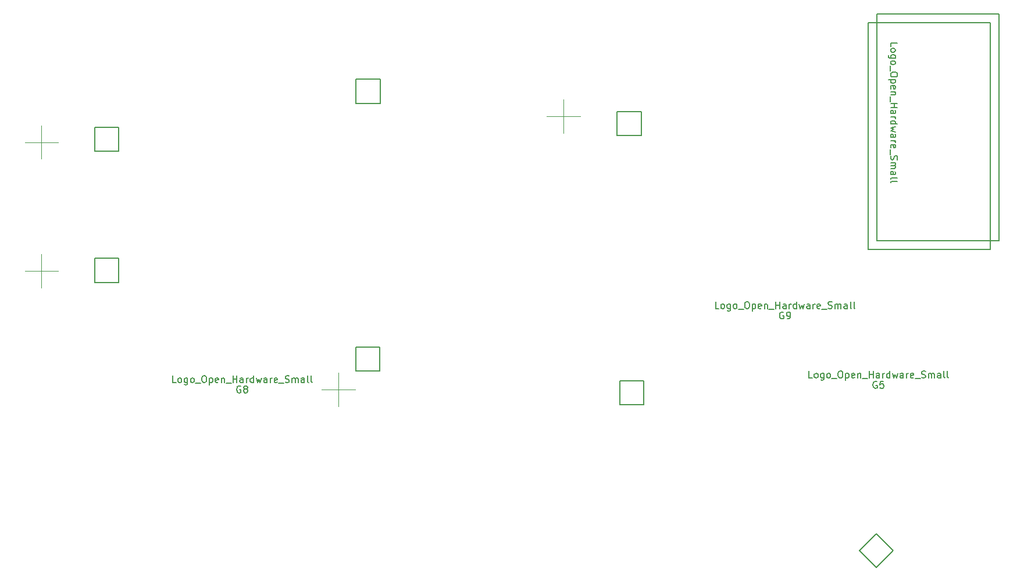
<source format=gbr>
G04 #@! TF.GenerationSoftware,KiCad,Pcbnew,(6.0.9)*
G04 #@! TF.CreationDate,2022-12-04T20:33:54+01:00*
G04 #@! TF.ProjectId,corne-cherry,636f726e-652d-4636-9865-7272792e6b69,2.1*
G04 #@! TF.SameCoordinates,Original*
G04 #@! TF.FileFunction,AssemblyDrawing,Top*
%FSLAX46Y46*%
G04 Gerber Fmt 4.6, Leading zero omitted, Abs format (unit mm)*
G04 Created by KiCad (PCBNEW (6.0.9)) date 2022-12-04 20:33:54*
%MOMM*%
%LPD*%
G01*
G04 APERTURE LIST*
%ADD10C,0.100000*%
%ADD11C,0.150000*%
G04 APERTURE END LIST*
D10*
X77050000Y-86750000D02*
X81950000Y-86750000D01*
X79500000Y-84300000D02*
X79500000Y-89200063D01*
X77050000Y-105500000D02*
X81950000Y-105500000D01*
X79500000Y-103050000D02*
X79500000Y-107950063D01*
X120300000Y-122750000D02*
X125200000Y-122750000D01*
X122750000Y-120300000D02*
X122750000Y-125200063D01*
X155500000Y-80550000D02*
X155500000Y-85450063D01*
X153050000Y-83000000D02*
X157950000Y-83000000D01*
D11*
X203131099Y-72814932D02*
X203131099Y-72338741D01*
X204131099Y-72338741D01*
X203131099Y-73291122D02*
X203178718Y-73195884D01*
X203226337Y-73148265D01*
X203321575Y-73100646D01*
X203607289Y-73100646D01*
X203702527Y-73148265D01*
X203750146Y-73195884D01*
X203797765Y-73291122D01*
X203797765Y-73433980D01*
X203750146Y-73529218D01*
X203702527Y-73576837D01*
X203607289Y-73624456D01*
X203321575Y-73624456D01*
X203226337Y-73576837D01*
X203178718Y-73529218D01*
X203131099Y-73433980D01*
X203131099Y-73291122D01*
X203797765Y-74481599D02*
X202988241Y-74481599D01*
X202893003Y-74433980D01*
X202845384Y-74386360D01*
X202797765Y-74291122D01*
X202797765Y-74148265D01*
X202845384Y-74053027D01*
X203178718Y-74481599D02*
X203131099Y-74386360D01*
X203131099Y-74195884D01*
X203178718Y-74100646D01*
X203226337Y-74053027D01*
X203321575Y-74005408D01*
X203607289Y-74005408D01*
X203702527Y-74053027D01*
X203750146Y-74100646D01*
X203797765Y-74195884D01*
X203797765Y-74386360D01*
X203750146Y-74481599D01*
X203131099Y-75100646D02*
X203178718Y-75005408D01*
X203226337Y-74957789D01*
X203321575Y-74910170D01*
X203607289Y-74910170D01*
X203702527Y-74957789D01*
X203750146Y-75005408D01*
X203797765Y-75100646D01*
X203797765Y-75243503D01*
X203750146Y-75338741D01*
X203702527Y-75386360D01*
X203607289Y-75433980D01*
X203321575Y-75433980D01*
X203226337Y-75386360D01*
X203178718Y-75338741D01*
X203131099Y-75243503D01*
X203131099Y-75100646D01*
X203035860Y-75624456D02*
X203035860Y-76386360D01*
X204131099Y-76814932D02*
X204131099Y-77005408D01*
X204083480Y-77100646D01*
X203988241Y-77195884D01*
X203797765Y-77243503D01*
X203464432Y-77243503D01*
X203273956Y-77195884D01*
X203178718Y-77100646D01*
X203131099Y-77005408D01*
X203131099Y-76814932D01*
X203178718Y-76719694D01*
X203273956Y-76624456D01*
X203464432Y-76576837D01*
X203797765Y-76576837D01*
X203988241Y-76624456D01*
X204083480Y-76719694D01*
X204131099Y-76814932D01*
X203797765Y-77672075D02*
X202797765Y-77672075D01*
X203750146Y-77672075D02*
X203797765Y-77767313D01*
X203797765Y-77957789D01*
X203750146Y-78053027D01*
X203702527Y-78100646D01*
X203607289Y-78148265D01*
X203321575Y-78148265D01*
X203226337Y-78100646D01*
X203178718Y-78053027D01*
X203131099Y-77957789D01*
X203131099Y-77767313D01*
X203178718Y-77672075D01*
X203178718Y-78957789D02*
X203131099Y-78862551D01*
X203131099Y-78672075D01*
X203178718Y-78576837D01*
X203273956Y-78529218D01*
X203654908Y-78529218D01*
X203750146Y-78576837D01*
X203797765Y-78672075D01*
X203797765Y-78862551D01*
X203750146Y-78957789D01*
X203654908Y-79005408D01*
X203559670Y-79005408D01*
X203464432Y-78529218D01*
X203797765Y-79433980D02*
X203131099Y-79433980D01*
X203702527Y-79433980D02*
X203750146Y-79481599D01*
X203797765Y-79576837D01*
X203797765Y-79719694D01*
X203750146Y-79814932D01*
X203654908Y-79862551D01*
X203131099Y-79862551D01*
X203035860Y-80100646D02*
X203035860Y-80862551D01*
X203131099Y-81100646D02*
X204131099Y-81100646D01*
X203654908Y-81100646D02*
X203654908Y-81672075D01*
X203131099Y-81672075D02*
X204131099Y-81672075D01*
X203131099Y-82576837D02*
X203654908Y-82576837D01*
X203750146Y-82529218D01*
X203797765Y-82433980D01*
X203797765Y-82243503D01*
X203750146Y-82148265D01*
X203178718Y-82576837D02*
X203131099Y-82481599D01*
X203131099Y-82243503D01*
X203178718Y-82148265D01*
X203273956Y-82100646D01*
X203369194Y-82100646D01*
X203464432Y-82148265D01*
X203512051Y-82243503D01*
X203512051Y-82481599D01*
X203559670Y-82576837D01*
X203131099Y-83053027D02*
X203797765Y-83053027D01*
X203607289Y-83053027D02*
X203702527Y-83100646D01*
X203750146Y-83148265D01*
X203797765Y-83243503D01*
X203797765Y-83338741D01*
X203131099Y-84100646D02*
X204131099Y-84100646D01*
X203178718Y-84100646D02*
X203131099Y-84005408D01*
X203131099Y-83814932D01*
X203178718Y-83719694D01*
X203226337Y-83672075D01*
X203321575Y-83624456D01*
X203607289Y-83624456D01*
X203702527Y-83672075D01*
X203750146Y-83719694D01*
X203797765Y-83814932D01*
X203797765Y-84005408D01*
X203750146Y-84100646D01*
X203797765Y-84481599D02*
X203131099Y-84672075D01*
X203607289Y-84862551D01*
X203131099Y-85053027D01*
X203797765Y-85243503D01*
X203131099Y-86053027D02*
X203654908Y-86053027D01*
X203750146Y-86005408D01*
X203797765Y-85910170D01*
X203797765Y-85719694D01*
X203750146Y-85624456D01*
X203178718Y-86053027D02*
X203131099Y-85957789D01*
X203131099Y-85719694D01*
X203178718Y-85624456D01*
X203273956Y-85576837D01*
X203369194Y-85576837D01*
X203464432Y-85624456D01*
X203512051Y-85719694D01*
X203512051Y-85957789D01*
X203559670Y-86053027D01*
X203131099Y-86529218D02*
X203797765Y-86529218D01*
X203607289Y-86529218D02*
X203702527Y-86576837D01*
X203750146Y-86624456D01*
X203797765Y-86719694D01*
X203797765Y-86814932D01*
X203178718Y-87529218D02*
X203131099Y-87433980D01*
X203131099Y-87243503D01*
X203178718Y-87148265D01*
X203273956Y-87100646D01*
X203654908Y-87100646D01*
X203750146Y-87148265D01*
X203797765Y-87243503D01*
X203797765Y-87433980D01*
X203750146Y-87529218D01*
X203654908Y-87576837D01*
X203559670Y-87576837D01*
X203464432Y-87100646D01*
X203035860Y-87767313D02*
X203035860Y-88529218D01*
X203178718Y-88719694D02*
X203131099Y-88862551D01*
X203131099Y-89100646D01*
X203178718Y-89195884D01*
X203226337Y-89243503D01*
X203321575Y-89291122D01*
X203416813Y-89291122D01*
X203512051Y-89243503D01*
X203559670Y-89195884D01*
X203607289Y-89100646D01*
X203654908Y-88910170D01*
X203702527Y-88814932D01*
X203750146Y-88767313D01*
X203845384Y-88719694D01*
X203940622Y-88719694D01*
X204035860Y-88767313D01*
X204083480Y-88814932D01*
X204131099Y-88910170D01*
X204131099Y-89148265D01*
X204083480Y-89291122D01*
X203131099Y-89719694D02*
X203797765Y-89719694D01*
X203702527Y-89719694D02*
X203750146Y-89767313D01*
X203797765Y-89862551D01*
X203797765Y-90005408D01*
X203750146Y-90100646D01*
X203654908Y-90148265D01*
X203131099Y-90148265D01*
X203654908Y-90148265D02*
X203750146Y-90195884D01*
X203797765Y-90291122D01*
X203797765Y-90433980D01*
X203750146Y-90529218D01*
X203654908Y-90576837D01*
X203131099Y-90576837D01*
X203131099Y-91481599D02*
X203654908Y-91481599D01*
X203750146Y-91433980D01*
X203797765Y-91338741D01*
X203797765Y-91148265D01*
X203750146Y-91053027D01*
X203178718Y-91481599D02*
X203131099Y-91386360D01*
X203131099Y-91148265D01*
X203178718Y-91053027D01*
X203273956Y-91005408D01*
X203369194Y-91005408D01*
X203464432Y-91053027D01*
X203512051Y-91148265D01*
X203512051Y-91386360D01*
X203559670Y-91481599D01*
X203131099Y-92100646D02*
X203178718Y-92005408D01*
X203273956Y-91957789D01*
X204131099Y-91957789D01*
X203131099Y-92624456D02*
X203178718Y-92529218D01*
X203273956Y-92481599D01*
X204131099Y-92481599D01*
X99086398Y-121738994D02*
X98610207Y-121738994D01*
X98610207Y-120738994D01*
X99562588Y-121738994D02*
X99467350Y-121691375D01*
X99419731Y-121643756D01*
X99372112Y-121548518D01*
X99372112Y-121262804D01*
X99419731Y-121167566D01*
X99467350Y-121119947D01*
X99562588Y-121072328D01*
X99705446Y-121072328D01*
X99800684Y-121119947D01*
X99848303Y-121167566D01*
X99895922Y-121262804D01*
X99895922Y-121548518D01*
X99848303Y-121643756D01*
X99800684Y-121691375D01*
X99705446Y-121738994D01*
X99562588Y-121738994D01*
X100753065Y-121072328D02*
X100753065Y-121881852D01*
X100705446Y-121977090D01*
X100657826Y-122024709D01*
X100562588Y-122072328D01*
X100419731Y-122072328D01*
X100324493Y-122024709D01*
X100753065Y-121691375D02*
X100657826Y-121738994D01*
X100467350Y-121738994D01*
X100372112Y-121691375D01*
X100324493Y-121643756D01*
X100276874Y-121548518D01*
X100276874Y-121262804D01*
X100324493Y-121167566D01*
X100372112Y-121119947D01*
X100467350Y-121072328D01*
X100657826Y-121072328D01*
X100753065Y-121119947D01*
X101372112Y-121738994D02*
X101276874Y-121691375D01*
X101229255Y-121643756D01*
X101181636Y-121548518D01*
X101181636Y-121262804D01*
X101229255Y-121167566D01*
X101276874Y-121119947D01*
X101372112Y-121072328D01*
X101514969Y-121072328D01*
X101610207Y-121119947D01*
X101657826Y-121167566D01*
X101705446Y-121262804D01*
X101705446Y-121548518D01*
X101657826Y-121643756D01*
X101610207Y-121691375D01*
X101514969Y-121738994D01*
X101372112Y-121738994D01*
X101895922Y-121834233D02*
X102657826Y-121834233D01*
X103086398Y-120738994D02*
X103276874Y-120738994D01*
X103372112Y-120786614D01*
X103467350Y-120881852D01*
X103514969Y-121072328D01*
X103514969Y-121405661D01*
X103467350Y-121596137D01*
X103372112Y-121691375D01*
X103276874Y-121738994D01*
X103086398Y-121738994D01*
X102991160Y-121691375D01*
X102895922Y-121596137D01*
X102848303Y-121405661D01*
X102848303Y-121072328D01*
X102895922Y-120881852D01*
X102991160Y-120786614D01*
X103086398Y-120738994D01*
X103943541Y-121072328D02*
X103943541Y-122072328D01*
X103943541Y-121119947D02*
X104038779Y-121072328D01*
X104229255Y-121072328D01*
X104324493Y-121119947D01*
X104372112Y-121167566D01*
X104419731Y-121262804D01*
X104419731Y-121548518D01*
X104372112Y-121643756D01*
X104324493Y-121691375D01*
X104229255Y-121738994D01*
X104038779Y-121738994D01*
X103943541Y-121691375D01*
X105229255Y-121691375D02*
X105134017Y-121738994D01*
X104943541Y-121738994D01*
X104848303Y-121691375D01*
X104800684Y-121596137D01*
X104800684Y-121215185D01*
X104848303Y-121119947D01*
X104943541Y-121072328D01*
X105134017Y-121072328D01*
X105229255Y-121119947D01*
X105276874Y-121215185D01*
X105276874Y-121310423D01*
X104800684Y-121405661D01*
X105705446Y-121072328D02*
X105705446Y-121738994D01*
X105705446Y-121167566D02*
X105753065Y-121119947D01*
X105848303Y-121072328D01*
X105991160Y-121072328D01*
X106086398Y-121119947D01*
X106134017Y-121215185D01*
X106134017Y-121738994D01*
X106372112Y-121834233D02*
X107134017Y-121834233D01*
X107372112Y-121738994D02*
X107372112Y-120738994D01*
X107372112Y-121215185D02*
X107943541Y-121215185D01*
X107943541Y-121738994D02*
X107943541Y-120738994D01*
X108848303Y-121738994D02*
X108848303Y-121215185D01*
X108800684Y-121119947D01*
X108705446Y-121072328D01*
X108514969Y-121072328D01*
X108419731Y-121119947D01*
X108848303Y-121691375D02*
X108753065Y-121738994D01*
X108514969Y-121738994D01*
X108419731Y-121691375D01*
X108372112Y-121596137D01*
X108372112Y-121500899D01*
X108419731Y-121405661D01*
X108514969Y-121358042D01*
X108753065Y-121358042D01*
X108848303Y-121310423D01*
X109324493Y-121738994D02*
X109324493Y-121072328D01*
X109324493Y-121262804D02*
X109372112Y-121167566D01*
X109419731Y-121119947D01*
X109514969Y-121072328D01*
X109610207Y-121072328D01*
X110372112Y-121738994D02*
X110372112Y-120738994D01*
X110372112Y-121691375D02*
X110276874Y-121738994D01*
X110086398Y-121738994D01*
X109991160Y-121691375D01*
X109943541Y-121643756D01*
X109895922Y-121548518D01*
X109895922Y-121262804D01*
X109943541Y-121167566D01*
X109991160Y-121119947D01*
X110086398Y-121072328D01*
X110276874Y-121072328D01*
X110372112Y-121119947D01*
X110753065Y-121072328D02*
X110943541Y-121738994D01*
X111134017Y-121262804D01*
X111324493Y-121738994D01*
X111514969Y-121072328D01*
X112324493Y-121738994D02*
X112324493Y-121215185D01*
X112276874Y-121119947D01*
X112181636Y-121072328D01*
X111991160Y-121072328D01*
X111895922Y-121119947D01*
X112324493Y-121691375D02*
X112229255Y-121738994D01*
X111991160Y-121738994D01*
X111895922Y-121691375D01*
X111848303Y-121596137D01*
X111848303Y-121500899D01*
X111895922Y-121405661D01*
X111991160Y-121358042D01*
X112229255Y-121358042D01*
X112324493Y-121310423D01*
X112800684Y-121738994D02*
X112800684Y-121072328D01*
X112800684Y-121262804D02*
X112848303Y-121167566D01*
X112895922Y-121119947D01*
X112991160Y-121072328D01*
X113086398Y-121072328D01*
X113800684Y-121691375D02*
X113705446Y-121738994D01*
X113514969Y-121738994D01*
X113419731Y-121691375D01*
X113372112Y-121596137D01*
X113372112Y-121215185D01*
X113419731Y-121119947D01*
X113514969Y-121072328D01*
X113705446Y-121072328D01*
X113800684Y-121119947D01*
X113848303Y-121215185D01*
X113848303Y-121310423D01*
X113372112Y-121405661D01*
X114038779Y-121834233D02*
X114800684Y-121834233D01*
X114991160Y-121691375D02*
X115134017Y-121738994D01*
X115372112Y-121738994D01*
X115467350Y-121691375D01*
X115514969Y-121643756D01*
X115562588Y-121548518D01*
X115562588Y-121453280D01*
X115514969Y-121358042D01*
X115467350Y-121310423D01*
X115372112Y-121262804D01*
X115181636Y-121215185D01*
X115086398Y-121167566D01*
X115038779Y-121119947D01*
X114991160Y-121024709D01*
X114991160Y-120929471D01*
X115038779Y-120834233D01*
X115086398Y-120786614D01*
X115181636Y-120738994D01*
X115419731Y-120738994D01*
X115562588Y-120786614D01*
X115991160Y-121738994D02*
X115991160Y-121072328D01*
X115991160Y-121167566D02*
X116038779Y-121119947D01*
X116134017Y-121072328D01*
X116276874Y-121072328D01*
X116372112Y-121119947D01*
X116419731Y-121215185D01*
X116419731Y-121738994D01*
X116419731Y-121215185D02*
X116467350Y-121119947D01*
X116562588Y-121072328D01*
X116705446Y-121072328D01*
X116800684Y-121119947D01*
X116848303Y-121215185D01*
X116848303Y-121738994D01*
X117753065Y-121738994D02*
X117753065Y-121215185D01*
X117705446Y-121119947D01*
X117610207Y-121072328D01*
X117419731Y-121072328D01*
X117324493Y-121119947D01*
X117753065Y-121691375D02*
X117657826Y-121738994D01*
X117419731Y-121738994D01*
X117324493Y-121691375D01*
X117276874Y-121596137D01*
X117276874Y-121500899D01*
X117324493Y-121405661D01*
X117419731Y-121358042D01*
X117657826Y-121358042D01*
X117753065Y-121310423D01*
X118372112Y-121738994D02*
X118276874Y-121691375D01*
X118229255Y-121596137D01*
X118229255Y-120738994D01*
X118895922Y-121738994D02*
X118800684Y-121691375D01*
X118753065Y-121596137D01*
X118753065Y-120738994D01*
X108491160Y-122286614D02*
X108395922Y-122238994D01*
X108253065Y-122238994D01*
X108110207Y-122286614D01*
X108014969Y-122381852D01*
X107967350Y-122477090D01*
X107919731Y-122667566D01*
X107919731Y-122810423D01*
X107967350Y-123000899D01*
X108014969Y-123096137D01*
X108110207Y-123191375D01*
X108253065Y-123238994D01*
X108348303Y-123238994D01*
X108491160Y-123191375D01*
X108538779Y-123143756D01*
X108538779Y-122810423D01*
X108348303Y-122810423D01*
X109110207Y-122667566D02*
X109014969Y-122619947D01*
X108967350Y-122572328D01*
X108919731Y-122477090D01*
X108919731Y-122429471D01*
X108967350Y-122334233D01*
X109014969Y-122286614D01*
X109110207Y-122238994D01*
X109300684Y-122238994D01*
X109395922Y-122286614D01*
X109443541Y-122334233D01*
X109491160Y-122429471D01*
X109491160Y-122477090D01*
X109443541Y-122572328D01*
X109395922Y-122619947D01*
X109300684Y-122667566D01*
X109110207Y-122667566D01*
X109014969Y-122715185D01*
X108967350Y-122762804D01*
X108919731Y-122858042D01*
X108919731Y-123048518D01*
X108967350Y-123143756D01*
X109014969Y-123191375D01*
X109110207Y-123238994D01*
X109300684Y-123238994D01*
X109395922Y-123191375D01*
X109443541Y-123143756D01*
X109491160Y-123048518D01*
X109491160Y-122858042D01*
X109443541Y-122762804D01*
X109395922Y-122715185D01*
X109300684Y-122667566D01*
X191731432Y-121078360D02*
X191255241Y-121078360D01*
X191255241Y-120078360D01*
X192207622Y-121078360D02*
X192112384Y-121030741D01*
X192064765Y-120983122D01*
X192017146Y-120887884D01*
X192017146Y-120602170D01*
X192064765Y-120506932D01*
X192112384Y-120459313D01*
X192207622Y-120411694D01*
X192350480Y-120411694D01*
X192445718Y-120459313D01*
X192493337Y-120506932D01*
X192540956Y-120602170D01*
X192540956Y-120887884D01*
X192493337Y-120983122D01*
X192445718Y-121030741D01*
X192350480Y-121078360D01*
X192207622Y-121078360D01*
X193398099Y-120411694D02*
X193398099Y-121221218D01*
X193350480Y-121316456D01*
X193302860Y-121364075D01*
X193207622Y-121411694D01*
X193064765Y-121411694D01*
X192969527Y-121364075D01*
X193398099Y-121030741D02*
X193302860Y-121078360D01*
X193112384Y-121078360D01*
X193017146Y-121030741D01*
X192969527Y-120983122D01*
X192921908Y-120887884D01*
X192921908Y-120602170D01*
X192969527Y-120506932D01*
X193017146Y-120459313D01*
X193112384Y-120411694D01*
X193302860Y-120411694D01*
X193398099Y-120459313D01*
X194017146Y-121078360D02*
X193921908Y-121030741D01*
X193874289Y-120983122D01*
X193826670Y-120887884D01*
X193826670Y-120602170D01*
X193874289Y-120506932D01*
X193921908Y-120459313D01*
X194017146Y-120411694D01*
X194160003Y-120411694D01*
X194255241Y-120459313D01*
X194302860Y-120506932D01*
X194350480Y-120602170D01*
X194350480Y-120887884D01*
X194302860Y-120983122D01*
X194255241Y-121030741D01*
X194160003Y-121078360D01*
X194017146Y-121078360D01*
X194540956Y-121173599D02*
X195302860Y-121173599D01*
X195731432Y-120078360D02*
X195921908Y-120078360D01*
X196017146Y-120125980D01*
X196112384Y-120221218D01*
X196160003Y-120411694D01*
X196160003Y-120745027D01*
X196112384Y-120935503D01*
X196017146Y-121030741D01*
X195921908Y-121078360D01*
X195731432Y-121078360D01*
X195636194Y-121030741D01*
X195540956Y-120935503D01*
X195493337Y-120745027D01*
X195493337Y-120411694D01*
X195540956Y-120221218D01*
X195636194Y-120125980D01*
X195731432Y-120078360D01*
X196588575Y-120411694D02*
X196588575Y-121411694D01*
X196588575Y-120459313D02*
X196683813Y-120411694D01*
X196874289Y-120411694D01*
X196969527Y-120459313D01*
X197017146Y-120506932D01*
X197064765Y-120602170D01*
X197064765Y-120887884D01*
X197017146Y-120983122D01*
X196969527Y-121030741D01*
X196874289Y-121078360D01*
X196683813Y-121078360D01*
X196588575Y-121030741D01*
X197874289Y-121030741D02*
X197779051Y-121078360D01*
X197588575Y-121078360D01*
X197493337Y-121030741D01*
X197445718Y-120935503D01*
X197445718Y-120554551D01*
X197493337Y-120459313D01*
X197588575Y-120411694D01*
X197779051Y-120411694D01*
X197874289Y-120459313D01*
X197921908Y-120554551D01*
X197921908Y-120649789D01*
X197445718Y-120745027D01*
X198350480Y-120411694D02*
X198350480Y-121078360D01*
X198350480Y-120506932D02*
X198398099Y-120459313D01*
X198493337Y-120411694D01*
X198636194Y-120411694D01*
X198731432Y-120459313D01*
X198779051Y-120554551D01*
X198779051Y-121078360D01*
X199017146Y-121173599D02*
X199779051Y-121173599D01*
X200017146Y-121078360D02*
X200017146Y-120078360D01*
X200017146Y-120554551D02*
X200588575Y-120554551D01*
X200588575Y-121078360D02*
X200588575Y-120078360D01*
X201493337Y-121078360D02*
X201493337Y-120554551D01*
X201445718Y-120459313D01*
X201350480Y-120411694D01*
X201160003Y-120411694D01*
X201064765Y-120459313D01*
X201493337Y-121030741D02*
X201398099Y-121078360D01*
X201160003Y-121078360D01*
X201064765Y-121030741D01*
X201017146Y-120935503D01*
X201017146Y-120840265D01*
X201064765Y-120745027D01*
X201160003Y-120697408D01*
X201398099Y-120697408D01*
X201493337Y-120649789D01*
X201969527Y-121078360D02*
X201969527Y-120411694D01*
X201969527Y-120602170D02*
X202017146Y-120506932D01*
X202064765Y-120459313D01*
X202160003Y-120411694D01*
X202255241Y-120411694D01*
X203017146Y-121078360D02*
X203017146Y-120078360D01*
X203017146Y-121030741D02*
X202921908Y-121078360D01*
X202731432Y-121078360D01*
X202636194Y-121030741D01*
X202588575Y-120983122D01*
X202540956Y-120887884D01*
X202540956Y-120602170D01*
X202588575Y-120506932D01*
X202636194Y-120459313D01*
X202731432Y-120411694D01*
X202921908Y-120411694D01*
X203017146Y-120459313D01*
X203398099Y-120411694D02*
X203588575Y-121078360D01*
X203779051Y-120602170D01*
X203969527Y-121078360D01*
X204160003Y-120411694D01*
X204969527Y-121078360D02*
X204969527Y-120554551D01*
X204921908Y-120459313D01*
X204826670Y-120411694D01*
X204636194Y-120411694D01*
X204540956Y-120459313D01*
X204969527Y-121030741D02*
X204874289Y-121078360D01*
X204636194Y-121078360D01*
X204540956Y-121030741D01*
X204493337Y-120935503D01*
X204493337Y-120840265D01*
X204540956Y-120745027D01*
X204636194Y-120697408D01*
X204874289Y-120697408D01*
X204969527Y-120649789D01*
X205445718Y-121078360D02*
X205445718Y-120411694D01*
X205445718Y-120602170D02*
X205493337Y-120506932D01*
X205540956Y-120459313D01*
X205636194Y-120411694D01*
X205731432Y-120411694D01*
X206445718Y-121030741D02*
X206350480Y-121078360D01*
X206160003Y-121078360D01*
X206064765Y-121030741D01*
X206017146Y-120935503D01*
X206017146Y-120554551D01*
X206064765Y-120459313D01*
X206160003Y-120411694D01*
X206350480Y-120411694D01*
X206445718Y-120459313D01*
X206493337Y-120554551D01*
X206493337Y-120649789D01*
X206017146Y-120745027D01*
X206683813Y-121173599D02*
X207445718Y-121173599D01*
X207636194Y-121030741D02*
X207779051Y-121078360D01*
X208017146Y-121078360D01*
X208112384Y-121030741D01*
X208160003Y-120983122D01*
X208207622Y-120887884D01*
X208207622Y-120792646D01*
X208160003Y-120697408D01*
X208112384Y-120649789D01*
X208017146Y-120602170D01*
X207826670Y-120554551D01*
X207731432Y-120506932D01*
X207683813Y-120459313D01*
X207636194Y-120364075D01*
X207636194Y-120268837D01*
X207683813Y-120173599D01*
X207731432Y-120125980D01*
X207826670Y-120078360D01*
X208064765Y-120078360D01*
X208207622Y-120125980D01*
X208636194Y-121078360D02*
X208636194Y-120411694D01*
X208636194Y-120506932D02*
X208683813Y-120459313D01*
X208779051Y-120411694D01*
X208921908Y-120411694D01*
X209017146Y-120459313D01*
X209064765Y-120554551D01*
X209064765Y-121078360D01*
X209064765Y-120554551D02*
X209112384Y-120459313D01*
X209207622Y-120411694D01*
X209350480Y-120411694D01*
X209445718Y-120459313D01*
X209493337Y-120554551D01*
X209493337Y-121078360D01*
X210398099Y-121078360D02*
X210398099Y-120554551D01*
X210350480Y-120459313D01*
X210255241Y-120411694D01*
X210064765Y-120411694D01*
X209969527Y-120459313D01*
X210398099Y-121030741D02*
X210302860Y-121078360D01*
X210064765Y-121078360D01*
X209969527Y-121030741D01*
X209921908Y-120935503D01*
X209921908Y-120840265D01*
X209969527Y-120745027D01*
X210064765Y-120697408D01*
X210302860Y-120697408D01*
X210398099Y-120649789D01*
X211017146Y-121078360D02*
X210921908Y-121030741D01*
X210874289Y-120935503D01*
X210874289Y-120078360D01*
X211540956Y-121078360D02*
X211445718Y-121030741D01*
X211398099Y-120935503D01*
X211398099Y-120078360D01*
X201136194Y-121625980D02*
X201040956Y-121578360D01*
X200898099Y-121578360D01*
X200755241Y-121625980D01*
X200660003Y-121721218D01*
X200612384Y-121816456D01*
X200564765Y-122006932D01*
X200564765Y-122149789D01*
X200612384Y-122340265D01*
X200660003Y-122435503D01*
X200755241Y-122530741D01*
X200898099Y-122578360D01*
X200993337Y-122578360D01*
X201136194Y-122530741D01*
X201183813Y-122483122D01*
X201183813Y-122149789D01*
X200993337Y-122149789D01*
X202088575Y-121578360D02*
X201612384Y-121578360D01*
X201564765Y-122054551D01*
X201612384Y-122006932D01*
X201707622Y-121959313D01*
X201945718Y-121959313D01*
X202040956Y-122006932D01*
X202088575Y-122054551D01*
X202136194Y-122149789D01*
X202136194Y-122387884D01*
X202088575Y-122483122D01*
X202040956Y-122530741D01*
X201945718Y-122578360D01*
X201707622Y-122578360D01*
X201612384Y-122530741D01*
X201564765Y-122483122D01*
X178131432Y-110978360D02*
X177655241Y-110978360D01*
X177655241Y-109978360D01*
X178607622Y-110978360D02*
X178512384Y-110930741D01*
X178464765Y-110883122D01*
X178417146Y-110787884D01*
X178417146Y-110502170D01*
X178464765Y-110406932D01*
X178512384Y-110359313D01*
X178607622Y-110311694D01*
X178750480Y-110311694D01*
X178845718Y-110359313D01*
X178893337Y-110406932D01*
X178940956Y-110502170D01*
X178940956Y-110787884D01*
X178893337Y-110883122D01*
X178845718Y-110930741D01*
X178750480Y-110978360D01*
X178607622Y-110978360D01*
X179798099Y-110311694D02*
X179798099Y-111121218D01*
X179750480Y-111216456D01*
X179702860Y-111264075D01*
X179607622Y-111311694D01*
X179464765Y-111311694D01*
X179369527Y-111264075D01*
X179798099Y-110930741D02*
X179702860Y-110978360D01*
X179512384Y-110978360D01*
X179417146Y-110930741D01*
X179369527Y-110883122D01*
X179321908Y-110787884D01*
X179321908Y-110502170D01*
X179369527Y-110406932D01*
X179417146Y-110359313D01*
X179512384Y-110311694D01*
X179702860Y-110311694D01*
X179798099Y-110359313D01*
X180417146Y-110978360D02*
X180321908Y-110930741D01*
X180274289Y-110883122D01*
X180226670Y-110787884D01*
X180226670Y-110502170D01*
X180274289Y-110406932D01*
X180321908Y-110359313D01*
X180417146Y-110311694D01*
X180560003Y-110311694D01*
X180655241Y-110359313D01*
X180702860Y-110406932D01*
X180750480Y-110502170D01*
X180750480Y-110787884D01*
X180702860Y-110883122D01*
X180655241Y-110930741D01*
X180560003Y-110978360D01*
X180417146Y-110978360D01*
X180940956Y-111073599D02*
X181702860Y-111073599D01*
X182131432Y-109978360D02*
X182321908Y-109978360D01*
X182417146Y-110025980D01*
X182512384Y-110121218D01*
X182560003Y-110311694D01*
X182560003Y-110645027D01*
X182512384Y-110835503D01*
X182417146Y-110930741D01*
X182321908Y-110978360D01*
X182131432Y-110978360D01*
X182036194Y-110930741D01*
X181940956Y-110835503D01*
X181893337Y-110645027D01*
X181893337Y-110311694D01*
X181940956Y-110121218D01*
X182036194Y-110025980D01*
X182131432Y-109978360D01*
X182988575Y-110311694D02*
X182988575Y-111311694D01*
X182988575Y-110359313D02*
X183083813Y-110311694D01*
X183274289Y-110311694D01*
X183369527Y-110359313D01*
X183417146Y-110406932D01*
X183464765Y-110502170D01*
X183464765Y-110787884D01*
X183417146Y-110883122D01*
X183369527Y-110930741D01*
X183274289Y-110978360D01*
X183083813Y-110978360D01*
X182988575Y-110930741D01*
X184274289Y-110930741D02*
X184179051Y-110978360D01*
X183988575Y-110978360D01*
X183893337Y-110930741D01*
X183845718Y-110835503D01*
X183845718Y-110454551D01*
X183893337Y-110359313D01*
X183988575Y-110311694D01*
X184179051Y-110311694D01*
X184274289Y-110359313D01*
X184321908Y-110454551D01*
X184321908Y-110549789D01*
X183845718Y-110645027D01*
X184750480Y-110311694D02*
X184750480Y-110978360D01*
X184750480Y-110406932D02*
X184798099Y-110359313D01*
X184893337Y-110311694D01*
X185036194Y-110311694D01*
X185131432Y-110359313D01*
X185179051Y-110454551D01*
X185179051Y-110978360D01*
X185417146Y-111073599D02*
X186179051Y-111073599D01*
X186417146Y-110978360D02*
X186417146Y-109978360D01*
X186417146Y-110454551D02*
X186988575Y-110454551D01*
X186988575Y-110978360D02*
X186988575Y-109978360D01*
X187893337Y-110978360D02*
X187893337Y-110454551D01*
X187845718Y-110359313D01*
X187750480Y-110311694D01*
X187560003Y-110311694D01*
X187464765Y-110359313D01*
X187893337Y-110930741D02*
X187798099Y-110978360D01*
X187560003Y-110978360D01*
X187464765Y-110930741D01*
X187417146Y-110835503D01*
X187417146Y-110740265D01*
X187464765Y-110645027D01*
X187560003Y-110597408D01*
X187798099Y-110597408D01*
X187893337Y-110549789D01*
X188369527Y-110978360D02*
X188369527Y-110311694D01*
X188369527Y-110502170D02*
X188417146Y-110406932D01*
X188464765Y-110359313D01*
X188560003Y-110311694D01*
X188655241Y-110311694D01*
X189417146Y-110978360D02*
X189417146Y-109978360D01*
X189417146Y-110930741D02*
X189321908Y-110978360D01*
X189131432Y-110978360D01*
X189036194Y-110930741D01*
X188988575Y-110883122D01*
X188940956Y-110787884D01*
X188940956Y-110502170D01*
X188988575Y-110406932D01*
X189036194Y-110359313D01*
X189131432Y-110311694D01*
X189321908Y-110311694D01*
X189417146Y-110359313D01*
X189798099Y-110311694D02*
X189988575Y-110978360D01*
X190179051Y-110502170D01*
X190369527Y-110978360D01*
X190560003Y-110311694D01*
X191369527Y-110978360D02*
X191369527Y-110454551D01*
X191321908Y-110359313D01*
X191226670Y-110311694D01*
X191036194Y-110311694D01*
X190940956Y-110359313D01*
X191369527Y-110930741D02*
X191274289Y-110978360D01*
X191036194Y-110978360D01*
X190940956Y-110930741D01*
X190893337Y-110835503D01*
X190893337Y-110740265D01*
X190940956Y-110645027D01*
X191036194Y-110597408D01*
X191274289Y-110597408D01*
X191369527Y-110549789D01*
X191845718Y-110978360D02*
X191845718Y-110311694D01*
X191845718Y-110502170D02*
X191893337Y-110406932D01*
X191940956Y-110359313D01*
X192036194Y-110311694D01*
X192131432Y-110311694D01*
X192845718Y-110930741D02*
X192750480Y-110978360D01*
X192560003Y-110978360D01*
X192464765Y-110930741D01*
X192417146Y-110835503D01*
X192417146Y-110454551D01*
X192464765Y-110359313D01*
X192560003Y-110311694D01*
X192750480Y-110311694D01*
X192845718Y-110359313D01*
X192893337Y-110454551D01*
X192893337Y-110549789D01*
X192417146Y-110645027D01*
X193083813Y-111073599D02*
X193845718Y-111073599D01*
X194036194Y-110930741D02*
X194179051Y-110978360D01*
X194417146Y-110978360D01*
X194512384Y-110930741D01*
X194560003Y-110883122D01*
X194607622Y-110787884D01*
X194607622Y-110692646D01*
X194560003Y-110597408D01*
X194512384Y-110549789D01*
X194417146Y-110502170D01*
X194226670Y-110454551D01*
X194131432Y-110406932D01*
X194083813Y-110359313D01*
X194036194Y-110264075D01*
X194036194Y-110168837D01*
X194083813Y-110073599D01*
X194131432Y-110025980D01*
X194226670Y-109978360D01*
X194464765Y-109978360D01*
X194607622Y-110025980D01*
X195036194Y-110978360D02*
X195036194Y-110311694D01*
X195036194Y-110406932D02*
X195083813Y-110359313D01*
X195179051Y-110311694D01*
X195321908Y-110311694D01*
X195417146Y-110359313D01*
X195464765Y-110454551D01*
X195464765Y-110978360D01*
X195464765Y-110454551D02*
X195512384Y-110359313D01*
X195607622Y-110311694D01*
X195750480Y-110311694D01*
X195845718Y-110359313D01*
X195893337Y-110454551D01*
X195893337Y-110978360D01*
X196798099Y-110978360D02*
X196798099Y-110454551D01*
X196750480Y-110359313D01*
X196655241Y-110311694D01*
X196464765Y-110311694D01*
X196369527Y-110359313D01*
X196798099Y-110930741D02*
X196702860Y-110978360D01*
X196464765Y-110978360D01*
X196369527Y-110930741D01*
X196321908Y-110835503D01*
X196321908Y-110740265D01*
X196369527Y-110645027D01*
X196464765Y-110597408D01*
X196702860Y-110597408D01*
X196798099Y-110549789D01*
X197417146Y-110978360D02*
X197321908Y-110930741D01*
X197274289Y-110835503D01*
X197274289Y-109978360D01*
X197940956Y-110978360D02*
X197845718Y-110930741D01*
X197798099Y-110835503D01*
X197798099Y-109978360D01*
X187536194Y-111525980D02*
X187440956Y-111478360D01*
X187298099Y-111478360D01*
X187155241Y-111525980D01*
X187060003Y-111621218D01*
X187012384Y-111716456D01*
X186964765Y-111906932D01*
X186964765Y-112049789D01*
X187012384Y-112240265D01*
X187060003Y-112335503D01*
X187155241Y-112430741D01*
X187298099Y-112478360D01*
X187393337Y-112478360D01*
X187536194Y-112430741D01*
X187583813Y-112383122D01*
X187583813Y-112049789D01*
X187393337Y-112049789D01*
X188060003Y-112478360D02*
X188250480Y-112478360D01*
X188345718Y-112430741D01*
X188393337Y-112383122D01*
X188488575Y-112240265D01*
X188536194Y-112049789D01*
X188536194Y-111668837D01*
X188488575Y-111573599D01*
X188440956Y-111525980D01*
X188345718Y-111478360D01*
X188155241Y-111478360D01*
X188060003Y-111525980D01*
X188012384Y-111573599D01*
X187964765Y-111668837D01*
X187964765Y-111906932D01*
X188012384Y-112002170D01*
X188060003Y-112049789D01*
X188155241Y-112097408D01*
X188345718Y-112097408D01*
X188440956Y-112049789D01*
X188488575Y-112002170D01*
X188536194Y-111906932D01*
X199848480Y-69365980D02*
X217628480Y-69365980D01*
X217628480Y-69365980D02*
X217628480Y-102385980D01*
X218943480Y-101115980D02*
X201163480Y-101115980D01*
X201163480Y-101115980D02*
X201163480Y-68095980D01*
X201163480Y-68095980D02*
X218943480Y-68095980D01*
X217628480Y-102385980D02*
X199848480Y-102385980D01*
X218943480Y-68095980D02*
X218943480Y-101115980D01*
X199848480Y-102385980D02*
X199848480Y-69365980D01*
X87210480Y-84575980D02*
X87210480Y-88075980D01*
X90710480Y-84575980D02*
X90710480Y-88075980D01*
X90710480Y-88075980D02*
X87210480Y-88075980D01*
X87210480Y-84575980D02*
X90710480Y-84575980D01*
X128800480Y-77575980D02*
X128800480Y-81075980D01*
X125300480Y-77575980D02*
X125300480Y-81075980D01*
X128800480Y-81075980D02*
X125300480Y-81075980D01*
X125300480Y-77575980D02*
X128800480Y-77575980D01*
X163310480Y-82275980D02*
X166810480Y-82275980D01*
X163310480Y-82275980D02*
X163310480Y-85775980D01*
X166810480Y-82275980D02*
X166810480Y-85775980D01*
X166810480Y-85775980D02*
X163310480Y-85775980D01*
X87250000Y-103675980D02*
X90750000Y-103675980D01*
X87250000Y-107175980D02*
X87250000Y-103675980D01*
X90750000Y-107175980D02*
X87250000Y-107175980D01*
X90750000Y-107175980D02*
X90750000Y-103675980D01*
X125250000Y-116575980D02*
X128750000Y-116575980D01*
X128750000Y-120075980D02*
X128750000Y-116575980D01*
X128750000Y-120075980D02*
X125250000Y-120075980D01*
X125250000Y-120075980D02*
X125250000Y-116575980D01*
X167190480Y-124975980D02*
X163690480Y-124975980D01*
X167190480Y-124975980D02*
X167190480Y-121475980D01*
X163690480Y-124975980D02*
X163690480Y-121475980D01*
X163690480Y-121475980D02*
X167190480Y-121475980D01*
X201050480Y-148700854D02*
X198575606Y-146225980D01*
X201050480Y-143751106D02*
X203525354Y-146225980D01*
X203525354Y-146225980D02*
X201050480Y-148700854D01*
X201050480Y-143751106D02*
X198575606Y-146225980D01*
M02*

</source>
